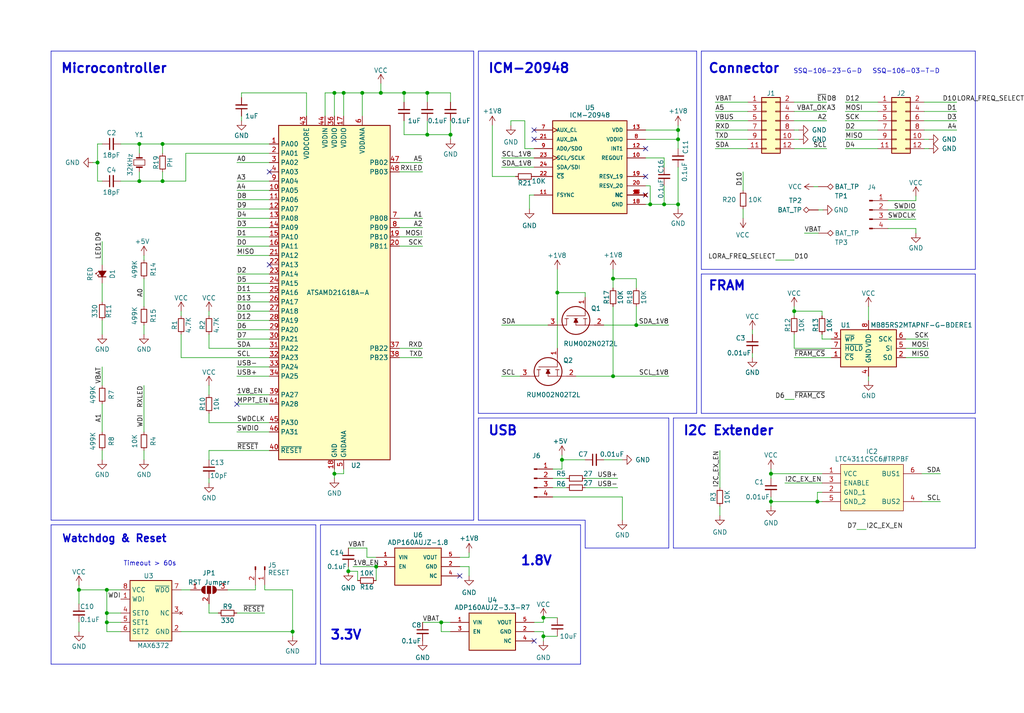
<source format=kicad_sch>
(kicad_sch (version 20230121) (generator eeschema)
  (paper "User" 280.01 194.996)
  (title_block (title "HexSense Svalbard - MCU module") (date "2023-05-25") (rev "V1") (company "MIT Media Lab") (comment 1 "Fangzheng Liu"))
  (lib_symbols
    (symbol "ADP160AUJZ-1.5-R7:ADP160AUJZ-1.5-R7" (pin_names (offset 1.016))
      (property "Reference" "U4" (at 0 13.74 0))
      (property "Value" "ADP160AUJZ-3.3-R7" (at 0 11.692 0))
      (symbol "ADP160AUJZ-1.5-R7_0_0"
        (pin input line (at -11.43 7.62 0) (length 5.08) (name "VIN") (number "1"))
        (pin power_in line (at 11.43 5.08 180) (length 5.08) (name "GND") (number "2"))
        (pin input line (at -11.43 5.08 0) (length 5.08) (name "EN") (number "3"))
        (pin output line (at 11.43 7.62 180) (length 5.08) (name "VOUT") (number "5"))
      )
      (symbol "ADP160AUJZ-1.5-R7_1_0"
        (pin power_in line (at 11.43 2.54 180) (length 5.08) (name "NC") (number "4"))
      )
    )
    (symbol "Connector:Conn_01x02_Pin" (pin_names (offset 1.016) hide)
      (property "Reference" "J" (at 0 2.54 0))
      (property "Value" "Conn_01x02_Pin" (at 0 -5.08 0))
      (symbol "Conn_01x02_Pin_1_1"
        (pin passive line (at 5.08 0 180) (length 3.81) (name "Pin_1") (number "1"))
        (pin passive line (at 5.08 -2.54 180) (length 3.81) (name "Pin_2") (number "2"))
      )
    )
    (symbol "Connector:Conn_01x04_Pin" (pin_names (offset 1.016) hide)
      (property "Reference" "J" (at 0 5.08 0))
      (property "Value" "Conn_01x04_Pin" (at 0 -7.62 0))
      (symbol "Conn_01x04_Pin_1_1"
        (pin passive line (at 5.08 2.54 180) (length 3.81) (name "Pin_1") (number "1"))
        (pin passive line (at 5.08 0 180) (length 3.81) (name "Pin_2") (number "2"))
        (pin passive line (at 5.08 -2.54 180) (length 3.81) (name "Pin_3") (number "3"))
        (pin passive line (at 5.08 -5.08 180) (length 3.81) (name "Pin_4") (number "4"))
      )
    )
    (symbol "Connector:TestPoint_Alt" (pin_numbers hide) (pin_names (offset 0.762) hide)
      (property "Reference" "TP" (at 0 6.858 0))
      (property "Value" "TestPoint_Alt" (at 0 5.08 0))
      (symbol "TestPoint_Alt_1_1"
        (pin passive line (at 0 0 90) (length 2.54) (name "1") (number "1"))
      )
    )
    (symbol "Connector_Generic:Conn_02x06_Odd_Even" (pin_names (offset 1.016) hide)
      (property "Reference" "J" (at 1.27 7.62 0))
      (property "Value" "Conn_02x06_Odd_Even" (at 1.27 -10.16 0))
      (symbol "Conn_02x06_Odd_Even_1_1"
        (pin passive line (at -5.08 5.08 0) (length 3.81) (name "Pin_1") (number "1"))
        (pin passive line (at 7.62 -5.08 180) (length 3.81) (name "Pin_10") (number "10"))
        (pin passive line (at -5.08 -7.62 0) (length 3.81) (name "Pin_11") (number "11"))
        (pin passive line (at 7.62 -7.62 180) (length 3.81) (name "Pin_12") (number "12"))
        (pin passive line (at 7.62 5.08 180) (length 3.81) (name "Pin_2") (number "2"))
        (pin passive line (at -5.08 2.54 0) (length 3.81) (name "Pin_3") (number "3"))
        (pin passive line (at 7.62 2.54 180) (length 3.81) (name "Pin_4") (number "4"))
        (pin passive line (at -5.08 0 0) (length 3.81) (name "Pin_5") (number "5"))
        (pin passive line (at 7.62 0 180) (length 3.81) (name "Pin_6") (number "6"))
        (pin passive line (at -5.08 -2.54 0) (length 3.81) (name "Pin_7") (number "7"))
        (pin passive line (at 7.62 -2.54 180) (length 3.81) (name "Pin_8") (number "8"))
        (pin passive line (at -5.08 -5.08 0) (length 3.81) (name "Pin_9") (number "9"))
      )
    )
    (symbol "Device:C_Small" (pin_numbers hide) (pin_names (offset 0.254) hide)
      (property "Reference" "C" (at 0.254 1.778 0))
      (property "Value" "C_Small" (at 0.254 -2.032 0))
      (symbol "C_Small_1_1"
        (pin passive line (at 0 2.54 270) (length 2.032) (name "~") (number "1"))
        (pin passive line (at 0 -2.54 90) (length 2.032) (name "~") (number "2"))
      )
    )
    (symbol "Device:Crystal_Small" (pin_numbers hide) (pin_names (offset 1.016) hide)
      (property "Reference" "Y" (at 0 2.54 0))
      (property "Value" "Crystal_Small" (at 0 -2.54 0))
      (symbol "Crystal_Small_1_1"
        (pin passive line (at -2.54 0 0) (length 1.27) (name "1") (number "1"))
        (pin passive line (at 2.54 0 180) (length 1.27) (name "2") (number "2"))
      )
    )
    (symbol "Device:LED_Small_Filled" (pin_numbers hide) (pin_names (offset 0.254) hide)
      (property "Reference" "D" (at -1.27 3.175 0))
      (property "Value" "LED_Small_Filled" (at -4.445 -2.54 0))
      (symbol "LED_Small_Filled_1_1"
        (pin passive line (at -2.54 0 0) (length 1.778) (name "K") (number "1"))
        (pin passive line (at 2.54 0 180) (length 1.778) (name "A") (number "2"))
      )
    )
    (symbol "Device:R_Small" (pin_numbers hide) (pin_names (offset 0.254) hide)
      (property "Reference" "R" (at 0.762 0.508 0))
      (property "Value" "R_Small" (at 0.762 -1.016 0))
      (symbol "R_Small_1_1"
        (pin passive line (at 0 2.54 270) (length 0.762) (name "~") (number "1"))
        (pin passive line (at 0 -2.54 90) (length 0.762) (name "~") (number "2"))
      )
    )
    (symbol "ICM-20948:ICM-20948" (pin_names (offset 1.016))
      (property "Reference" "U5" (at 0 21.36 0))
      (property "Value" "ICM-20948" (at 0 19.312 0))
      (symbol "ICM-20948_0_0"
        (pin no_connect line (at 15.24 -2.54 180) (length 5.08) (name "NC") (number "1"))
        (pin output line (at 15.24 7.62 180) (length 5.08) (name "REGOUT") (number "10"))
        (pin input line (at -15.24 -2.54 0) (length 5.08) (name "FSYNC") (number "11"))
        (pin output line (at 15.24 10.16 180) (length 5.08) (name "INT1") (number "12"))
        (pin power_in line (at 15.24 15.24 180) (length 5.08) (name "VDD") (number "13"))
        (pin no_connect line (at 15.24 -2.54 180) (length 5.08) (name "NC") (number "14"))
        (pin no_connect line (at 15.24 -2.54 180) (length 5.08) (name "NC") (number "15"))
        (pin no_connect line (at 15.24 -2.54 180) (length 5.08) (name "NC") (number "16"))
        (pin no_connect line (at 15.24 -2.54 180) (length 5.08) (name "NC") (number "17"))
        (pin power_in line (at 15.24 -5.08 180) (length 5.08) (name "GND") (number "18"))
        (pin passive line (at 15.24 2.54 180) (length 5.08) (name "RESV_19") (number "19"))
        (pin no_connect line (at 15.24 -2.54 180) (length 5.08) (name "NC") (number "2"))
        (pin passive line (at 15.24 0 180) (length 5.08) (name "RESV_20") (number "20"))
        (pin bidirectional line (at -15.24 12.7 0) (length 5.08) (name "AUX_DA") (number "21"))
        (pin input line (at -15.24 2.54 0) (length 5.08) (name "~{CS}") (number "22"))
        (pin input clock (at -15.24 7.62 0) (length 5.08) (name "SCL/SCLK") (number "23"))
        (pin bidirectional line (at -15.24 5.08 0) (length 5.08) (name "SDA/SDI") (number "24"))
        (pin no_connect line (at 15.24 -2.54 180) (length 5.08) (name "NC") (number "3"))
        (pin no_connect line (at 15.24 -2.54 180) (length 5.08) (name "NC") (number "4"))
        (pin no_connect line (at 15.24 -2.54 180) (length 5.08) (name "NC") (number "5"))
        (pin no_connect line (at 15.24 -2.54 180) (length 5.08) (name "NC") (number "6"))
        (pin input clock (at -15.24 15.24 0) (length 5.08) (name "AUX_CL") (number "7"))
        (pin power_in line (at 15.24 12.7 180) (length 5.08) (name "VDDIO") (number "8"))
        (pin bidirectional line (at -15.24 10.16 0) (length 5.08) (name "AD0/SDO") (number "9"))
      )
    )
    (symbol "Jumper:SolderJumper_3_Open" (pin_names (offset 0) hide)
      (property "Reference" "JP" (at -2.54 -2.54 0))
      (property "Value" "SolderJumper_3_Open" (at 0 2.794 0))
      (symbol "SolderJumper_3_Open_1_1"
        (pin passive line (at -5.08 0 0) (length 2.54) (name "A") (number "1"))
        (pin passive line (at 0 -3.81 90) (length 2.54) (name "C") (number "2"))
        (pin passive line (at 5.08 0 180) (length 2.54) (name "B") (number "3"))
      )
    )
    (symbol "MCU_Microchip_SAMD:ATSAMD21G18A-A"
      (property "Reference" "U" (at -13.97 46.99 0))
      (property "Value" "ATSAMD21G18A-A" (at 16.51 46.99 0))
      (symbol "ATSAMD21G18A-A_1_1"
        (pin bidirectional line (at -17.78 40.64 0) (length 2.54) (name "PA00") (number "1"))
        (pin bidirectional line (at -17.78 27.94 0) (length 2.54) (name "PA05") (number "10"))
        (pin bidirectional line (at -17.78 25.4 0) (length 2.54) (name "PA06") (number "11"))
        (pin bidirectional line (at -17.78 22.86 0) (length 2.54) (name "PA07") (number "12"))
        (pin bidirectional line (at -17.78 20.32 0) (length 2.54) (name "PA08") (number "13"))
        (pin bidirectional line (at -17.78 17.78 0) (length 2.54) (name "PA09") (number "14"))
        (pin bidirectional line (at -17.78 15.24 0) (length 2.54) (name "PA10") (number "15"))
        (pin bidirectional line (at -17.78 12.7 0) (length 2.54) (name "PA11") (number "16"))
        (pin power_in line (at 2.54 48.26 270) (length 2.54) (name "VDDIO") (number "17"))
        (pin power_in line (at 0 -48.26 90) (length 2.54) (name "GND") (number "18"))
        (pin bidirectional line (at 17.78 15.24 180) (length 2.54) (name "PB10") (number "19"))
        (pin bidirectional line (at -17.78 38.1 0) (length 2.54) (name "PA01") (number "2"))
        (pin bidirectional line (at 17.78 12.7 180) (length 2.54) (name "PB11") (number "20"))
        (pin bidirectional line (at -17.78 10.16 0) (length 2.54) (name "PA12") (number "21"))
        (pin bidirectional line (at -17.78 7.62 0) (length 2.54) (name "PA13") (number "22"))
        (pin bidirectional line (at -17.78 5.08 0) (length 2.54) (name "PA14") (number "23"))
        (pin bidirectional line (at -17.78 2.54 0) (length 2.54) (name "PA15") (number "24"))
        (pin bidirectional line (at -17.78 0 0) (length 2.54) (name "PA16") (number "25"))
        (pin bidirectional line (at -17.78 -2.54 0) (length 2.54) (name "PA17") (number "26"))
        (pin bidirectional line (at -17.78 -5.08 0) (length 2.54) (name "PA18") (number "27"))
        (pin bidirectional line (at -17.78 -7.62 0) (length 2.54) (name "PA19") (number "28"))
        (pin bidirectional line (at -17.78 -10.16 0) (length 2.54) (name "PA20") (number "29"))
        (pin bidirectional line (at -17.78 35.56 0) (length 2.54) (name "PA02") (number "3"))
        (pin bidirectional line (at -17.78 -12.7 0) (length 2.54) (name "PA21") (number "30"))
        (pin bidirectional line (at -17.78 -15.24 0) (length 2.54) (name "PA22") (number "31"))
        (pin bidirectional line (at -17.78 -17.78 0) (length 2.54) (name "PA23") (number "32"))
        (pin bidirectional line (at -17.78 -20.32 0) (length 2.54) (name "PA24") (number "33"))
        (pin bidirectional line (at -17.78 -22.86 0) (length 2.54) (name "PA25") (number "34"))
        (pin passive line (at 0 -48.26 90) (length 2.54) hide (name "GND") (number "35"))
        (pin power_in line (at 0 48.26 270) (length 2.54) (name "VDDIO") (number "36"))
        (pin bidirectional line (at 17.78 -15.24 180) (length 2.54) (name "PB22") (number "37"))
        (pin bidirectional line (at 17.78 -17.78 180) (length 2.54) (name "PB23") (number "38"))
        (pin bidirectional line (at -17.78 -27.94 0) (length 2.54) (name "PA27") (number "39"))
        (pin bidirectional line (at -17.78 33.02 0) (length 2.54) (name "PA03") (number "4"))
        (pin input line (at -17.78 -43.18 0) (length 2.54) (name "~{RESET}") (number "40"))
        (pin bidirectional line (at -17.78 -30.48 0) (length 2.54) (name "PA28") (number "41"))
        (pin passive line (at 0 -48.26 90) (length 2.54) hide (name "GND") (number "42"))
        (pin power_out line (at -7.62 48.26 270) (length 2.54) (name "VDDCORE") (number "43"))
        (pin power_in line (at -2.54 48.26 270) (length 2.54) (name "VDDIN") (number "44"))
        (pin bidirectional line (at -17.78 -35.56 0) (length 2.54) (name "PA30") (number "45"))
        (pin bidirectional line (at -17.78 -38.1 0) (length 2.54) (name "PA31") (number "46"))
        (pin bidirectional line (at 17.78 35.56 180) (length 2.54) (name "PB02") (number "47"))
        (pin bidirectional line (at 17.78 33.02 180) (length 2.54) (name "PB03") (number "48"))
        (pin power_in line (at 2.54 -48.26 90) (length 2.54) (name "GNDANA") (number "5"))
        (pin power_in line (at 7.62 48.26 270) (length 2.54) (name "VDDANA") (number "6"))
        (pin bidirectional line (at 17.78 20.32 180) (length 2.54) (name "PB08") (number "7"))
        (pin bidirectional line (at 17.78 17.78 180) (length 2.54) (name "PB09") (number "8"))
        (pin bidirectional line (at -17.78 30.48 0) (length 2.54) (name "PA04") (number "9"))
      )
    )
    (symbol "Memory_NVRAM:MB85RS2MT" (pin_names (offset 1.016))
      (property "Reference" "U" (at -7.62 6.35 0))
      (property "Value" "MB85RS2MT" (at 1.27 6.35 0))
      (symbol "MB85RS2MT_1_1"
        (pin input line (at -10.16 -2.54 0) (length 2.54) (name "~{CS}") (number "1"))
        (pin output line (at 10.16 -2.54 180) (length 2.54) (name "SO") (number "2"))
        (pin input line (at -10.16 2.54 0) (length 2.54) (name "~{WP}") (number "3"))
        (pin power_in line (at 0 -7.62 90) (length 2.54) (name "GND") (number "4"))
        (pin input line (at 10.16 0 180) (length 2.54) (name "SI") (number "5"))
        (pin input line (at 10.16 2.54 180) (length 2.54) (name "SCK") (number "6"))
        (pin input line (at -10.16 0 0) (length 2.54) (name "~{HOLD}") (number "7"))
        (pin power_in line (at 0 7.62 270) (length 2.54) (name "VDD") (number "8"))
      )
    )
    (symbol "Power_Supervisor:MAX6372"
      (property "Reference" "U?" (at -1.778 12.192 0))
      (property "Value" "MAX6372" (at -2.032 10.16 0))
      (symbol "MAX6372_1_1"
        (pin input line (at -10.16 3.81 0) (length 2.54) (name "WDI") (number "1"))
        (pin power_in line (at 6.35 -5.08 180) (length 2.54) (name "GND") (number "2"))
        (pin no_connect line (at 6.35 0 180) (length 2.54) (name "NC") (number "3"))
        (pin input line (at -10.16 0 0) (length 2.54) (name "SET0") (number "4"))
        (pin input line (at -10.16 -2.54 0) (length 2.54) (name "SET1") (number "5"))
        (pin input line (at -10.16 -5.08 0) (length 2.54) (name "SET2") (number "6"))
        (pin output line (at 6.35 6.35 180) (length 2.54) (name "~{WDO}") (number "7"))
        (pin power_in line (at -10.16 6.35 0) (length 2.54) (name "VCC") (number "8"))
      )
    )
    (symbol "SamacSys_Parts:LTC4311CSC6#TRPBF" (pin_names (offset 0.762))
      (property "Reference" "IC2" (at 13.97 6.35 0))
      (property "Value" "LTC4311CSC6#TRPBF" (at 13.97 3.81 0))
      (symbol "LTC4311CSC6#TRPBF_0_0"
        (pin passive line (at 0 0 0) (length 5.08) (name "VCC") (number "1"))
        (pin passive line (at 0 -5.08 0) (length 5.08) (name "GND_1") (number "2"))
        (pin passive line (at 0 -2.54 0) (length 5.08) (name "ENABLE") (number "3"))
        (pin passive line (at 27.305 -7.62 180) (length 5.08) (name "BUS2") (number "4"))
        (pin passive line (at 0 -7.62 0) (length 5.08) (name "GND_2") (number "5"))
        (pin passive line (at 27.305 0 180) (length 5.08) (name "BUS1") (number "6"))
      )
    )
    (symbol "SamacSys_Parts:PJE8408_R1_00001" (pin_names (offset 0.762))
      (property "Reference" "Q" (at 11.43 3.81 0))
      (property "Value" "PJE8408_R1_00001" (at 11.43 1.27 0))
      (symbol "PJE8408_R1_00001_0_0"
        (pin passive line (at 0 0 0) (length 2.54) (name "~") (number "1"))
        (pin passive line (at 7.62 -5.08 90) (length 2.54) (name "~") (number "2"))
        (pin passive line (at 7.62 10.16 270) (length 2.54) (name "~") (number "3"))
      )
    )
    (symbol "power:+1V8" (power) (pin_names (offset 0))
      (property "Value" "+1V8" (at 0 3.556 0))
      (symbol "+1V8_1_1"
        (pin power_in line (at 0 0 90) (length 0) hide (name "+1V8") (number "1"))
      )
    )
    (symbol "power:+5V" (power) (pin_names (offset 0))
      (property "Value" "+5V" (at 0 3.556 0))
      (symbol "+5V_1_1"
        (pin power_in line (at 0 0 90) (length 0) hide (name "+5V") (number "1"))
      )
    )
    (symbol "power:GND" (power) (pin_names (offset 0))
      (property "Value" "GND" (at 0 -3.81 0))
      (symbol "GND_1_1"
        (pin power_in line (at 0 0 270) (length 0) hide (name "GND") (number "1"))
      )
    )
    (symbol "power:VCC" (power) (pin_names (offset 0))
      (property "Value" "VCC" (at 0 3.81 0))
      (symbol "VCC_1_1"
        (pin power_in line (at 0 0 90) (length 0) hide (name "VCC") (number "1"))
      )
    )
  )
  (junction (at 44.45 39.37))
  (junction (at 95.25 156.21))
  (junction (at 110.49 25.4))
  (junction (at 123.19 36.83))
  (junction (at 120.65 170.18))
  (junction (at 104.14 25.4))
  (junction (at 29.21 161.29))
  (junction (at 29.21 170.18))
  (junction (at 44.45 49.53))
  (junction (at 21.59 161.29))
  (junction (at 148.59 168.91))
  (junction (at 91.44 129.54))
  (junction (at 217.17 85.09))
  (junction (at 116.84 25.4))
  (junction (at 177.8 55.88))
  (junction (at 153.67 125.73))
  (junction (at 29.21 167.64))
  (junction (at 167.64 102.87))
  (junction (at 93.98 25.4))
  (junction (at 38.1 39.37))
  (junction (at 167.64 76.2))
  (junction (at 185.42 55.88))
  (junction (at 80.01 172.72))
  (junction (at 223.52 137.16))
  (junction (at 210.82 137.16))
  (junction (at 91.44 25.4))
  (junction (at 173.99 88.9))
  (junction (at 148.59 173.99))
  (junction (at 26.67 44.45))
  (junction (at 102.87 154.94))
  (junction (at 99.06 25.4))
  (junction (at 38.1 49.53))
  (junction (at 210.82 129.54))
  (junction (at 181.61 55.88))
  (junction (at 152.4 80.01))
  (junction (at 185.42 38.1))
  (junction (at 185.42 35.56))
  (junction (at 116.84 36.83))
  (no_connect (at 146.05 175.26))
  (no_connect (at 176.53 48.26))
  (no_connect (at 146.05 35.56))
  (no_connect (at 73.66 46.99))
  (no_connect (at 146.05 38.1))
  (no_connect (at 64.77 110.49))
  (no_connect (at 176.53 53.34))
  (no_connect (at 73.66 72.39))
  (no_connect (at 125.73 157.48))
  (no_connect (at 176.53 40.64))
  (wire (pts (xy 33.02 167.64) (xy 29.21 167.64)))
  (wire (pts (xy 185.42 45.72) (xy 185.42 55.88)))
  (wire (pts (xy 49.53 172.72) (xy 80.01 172.72)))
  (wire (pts (xy 64.77 69.85) (xy 73.66 69.85)))
  (polyline (pts (xy 266.7 73.66) (xy 191.77 73.66)))
  (wire (pts (xy 57.15 95.25) (xy 73.66 95.25)))
  (wire (pts (xy 44.45 49.53) (xy 50.8 49.53)))
  (wire (pts (xy 115.57 170.18) (xy 120.65 170.18)))
  (wire (pts (xy 224.79 92.71) (xy 227.33 92.71)))
  (wire (pts (xy 64.77 87.63) (xy 73.66 87.63)))
  (wire (pts (xy 134.62 48.26) (xy 140.97 48.26)))
  (wire (pts (xy 125.73 154.94) (xy 128.27 154.94)))
  (wire (pts (xy 123.19 36.83) (xy 123.19 33.02)))
  (wire (pts (xy 252.095 129.54) (xy 257.175 129.54)))
  (polyline (pts (xy 130.81 114.3) (xy 182.88 114.3)))
  (wire (pts (xy 223.52 134.62) (xy 223.52 137.16)))
  (wire (pts (xy 231.14 38.1) (xy 240.03 38.1)))
  (wire (pts (xy 217.17 91.44) (xy 217.17 95.25)))
  (wire (pts (xy 203.2 59.69) (xy 203.2 57.15)))
  (polyline (pts (xy 266.7 114.3) (xy 266.7 149.86)))
  (wire (pts (xy 173.99 88.9) (xy 182.88 88.9)))
  (wire (pts (xy 116.84 25.4) (xy 123.19 25.4)))
  (wire (pts (xy 64.77 82.55) (xy 73.66 82.55)))
  (polyline (pts (xy 86.36 181.61) (xy 13.97 181.61)))
  (polyline (pts (xy 87.63 143.51) (xy 87.63 181.61)))
  (wire (pts (xy 109.22 64.77) (xy 115.57 64.77)))
  (wire (pts (xy 252.73 38.1) (xy 254 38.1)))
  (wire (pts (xy 72.39 161.29) (xy 80.01 161.29)))
  (wire (pts (xy 144.78 53.34) (xy 144.78 57.15)))
  (wire (pts (xy 153.67 125.73) (xy 160.02 125.73)))
  (wire (pts (xy 224.79 134.62) (xy 223.52 134.62)))
  (wire (pts (xy 242.824 62.484) (xy 250.444 62.484)))
  (wire (pts (xy 109.22 95.25) (xy 115.57 95.25)))
  (wire (pts (xy 176.53 38.1) (xy 185.42 38.1)))
  (wire (pts (xy 160.02 133.35) (xy 168.91 133.35)))
  (wire (pts (xy 217.17 38.1) (xy 218.44 38.1)))
  (wire (pts (xy 151.13 133.35) (xy 154.94 133.35)))
  (polyline (pts (xy 182.88 114.3) (xy 182.88 142.24)))
  (wire (pts (xy 110.49 25.4) (xy 110.49 27.94)))
  (wire (pts (xy 26.67 49.53) (xy 27.94 49.53)))
  (wire (pts (xy 167.64 76.2) (xy 173.99 76.2)))
  (wire (pts (xy 151.13 135.89) (xy 170.18 135.89)))
  (wire (pts (xy 247.65 95.25) (xy 254 95.25)))
  (wire (pts (xy 49.53 85.09) (xy 49.53 86.36)))
  (wire (pts (xy 219.964 63.754) (xy 223.774 63.754)))
  (wire (pts (xy 27.94 100.33) (xy 27.94 105.41)))
  (wire (pts (xy 57.15 115.57) (xy 73.66 115.57)))
  (wire (pts (xy 109.22 44.45) (xy 115.57 44.45)))
  (wire (pts (xy 91.44 25.4) (xy 91.44 31.75)))
  (wire (pts (xy 91.44 129.54) (xy 93.98 129.54)))
  (wire (pts (xy 102.87 158.75) (xy 102.87 154.94)))
  (wire (pts (xy 91.44 129.54) (xy 91.44 130.81)))
  (wire (pts (xy 152.4 80.01) (xy 152.4 95.25)))
  (wire (pts (xy 64.77 92.71) (xy 73.66 92.71)))
  (wire (pts (xy 160.02 130.81) (xy 168.91 130.81)))
  (wire (pts (xy 195.58 27.94) (xy 204.47 27.94)))
  (wire (pts (xy 95.25 156.21) (xy 95.25 154.94)))
  (wire (pts (xy 173.99 83.82) (xy 173.99 88.9)))
  (polyline (pts (xy 129.54 142.24) (xy 129.54 13.97)))
  (wire (pts (xy 143.51 40.64) (xy 143.51 33.02)))
  (polyline (pts (xy 184.15 114.3) (xy 266.7 114.3)))
  (wire (pts (xy 57.15 113.03) (xy 57.15 115.57)))
  (wire (pts (xy 250.444 54.864) (xy 250.444 53.594)))
  (wire (pts (xy 39.37 105.41) (xy 39.37 118.11)))
  (wire (pts (xy 64.77 90.17) (xy 73.66 90.17)))
  (wire (pts (xy 21.59 161.29) (xy 29.21 161.29)))
  (wire (pts (xy 224.79 86.36) (xy 224.79 85.09)))
  (wire (pts (xy 44.45 39.37) (xy 73.66 39.37)))
  (wire (pts (xy 176.53 43.18) (xy 181.61 43.18)))
  (polyline (pts (xy 160.02 142.24) (xy 160.02 149.86)))
  (polyline (pts (xy 160.02 149.86) (xy 182.88 149.86)))
  (wire (pts (xy 170.18 135.89) (xy 170.18 142.24)))
  (wire (pts (xy 29.21 172.72) (xy 33.02 172.72)))
  (wire (pts (xy 205.74 97.79) (xy 205.74 96.52)))
  (wire (pts (xy 222.504 51.054) (xy 223.774 51.054)))
  (wire (pts (xy 181.61 43.18) (xy 181.61 45.72)))
  (wire (pts (xy 242.824 59.944) (xy 250.444 59.944)))
  (wire (pts (xy 139.7 33.02) (xy 139.7 34.29)))
  (wire (pts (xy 64.77 59.69) (xy 73.66 59.69)))
  (wire (pts (xy 167.64 102.87) (xy 182.88 102.87)))
  (wire (pts (xy 29.21 161.29) (xy 29.21 167.64)))
  (wire (pts (xy 167.64 83.82) (xy 167.64 102.87)))
  (polyline (pts (xy 191.77 74.93) (xy 266.7 74.93)))
  (wire (pts (xy 210.82 128.27) (xy 210.82 129.54)))
  (wire (pts (xy 109.22 59.69) (xy 115.57 59.69)))
  (wire (pts (xy 195.58 40.64) (xy 204.47 40.64)))
  (wire (pts (xy 100.33 152.4) (xy 100.33 149.86)))
  (wire (pts (xy 64.77 85.09) (xy 73.66 85.09)))
  (wire (pts (xy 217.17 95.25) (xy 227.33 95.25)))
  (wire (pts (xy 29.21 167.64) (xy 29.21 170.18)))
  (wire (pts (xy 27.94 110.49) (xy 27.94 118.11)))
  (wire (pts (xy 64.77 74.93) (xy 73.66 74.93)))
  (wire (pts (xy 210.82 135.89) (xy 210.82 137.16)))
  (polyline (pts (xy 266.7 13.97) (xy 266.7 73.66)))
  (wire (pts (xy 116.84 36.83) (xy 110.49 36.83)))
  (wire (pts (xy 38.1 39.37) (xy 44.45 39.37)))
  (polyline (pts (xy 130.81 13.97) (xy 130.81 113.03)))
  (wire (pts (xy 157.48 102.87) (xy 167.64 102.87)))
  (wire (pts (xy 38.1 46.99) (xy 38.1 49.53)))
  (wire (pts (xy 21.59 170.18) (xy 21.59 172.72)))
  (wire (pts (xy 88.9 25.4) (xy 91.44 25.4)))
  (wire (pts (xy 39.37 76.2) (xy 39.37 83.82)))
  (wire (pts (xy 33.02 49.53) (xy 38.1 49.53)))
  (wire (pts (xy 203.2 46.99) (xy 203.2 52.07)))
  (wire (pts (xy 29.21 170.18) (xy 33.02 170.18)))
  (wire (pts (xy 64.77 107.95) (xy 73.66 107.95)))
  (wire (pts (xy 234.315 144.78) (xy 236.855 144.78)))
  (wire (pts (xy 38.1 39.37) (xy 38.1 41.91)))
  (wire (pts (xy 252.73 35.56) (xy 261.62 35.56)))
  (wire (pts (xy 196.85 138.43) (xy 196.85 140.97)))
  (wire (pts (xy 29.21 170.18) (xy 29.21 172.72)))
  (polyline (pts (xy 266.7 113.03) (xy 191.77 113.03)))
  (wire (pts (xy 104.14 25.4) (xy 110.49 25.4)))
  (polyline (pts (xy 87.63 143.51) (xy 158.75 143.51)))
  (wire (pts (xy 64.77 64.77) (xy 73.66 64.77)))
  (wire (pts (xy 29.21 161.29) (xy 33.02 161.29)))
  (wire (pts (xy 223.774 57.404) (xy 225.044 57.404)))
  (wire (pts (xy 83.82 25.4) (xy 83.82 31.75)))
  (wire (pts (xy 80.01 172.72) (xy 80.01 173.99)))
  (wire (pts (xy 148.59 175.26) (xy 148.59 173.99)))
  (wire (pts (xy 83.82 25.4) (xy 66.04 25.4)))
  (wire (pts (xy 109.22 67.31) (xy 115.57 67.31)))
  (wire (pts (xy 25.4 44.45) (xy 26.67 44.45)))
  (wire (pts (xy 167.64 76.2) (xy 167.64 78.74)))
  (wire (pts (xy 146.05 172.72) (xy 148.59 172.72)))
  (wire (pts (xy 123.19 36.83) (xy 123.19 38.1)))
  (wire (pts (xy 72.39 160.02) (xy 72.39 161.29)))
  (polyline (pts (xy 158.75 143.51) (xy 158.75 181.61)))
  (wire (pts (xy 44.45 46.99) (xy 44.45 49.53)))
  (wire (pts (xy 110.49 25.4) (xy 116.84 25.4)))
  (wire (pts (xy 93.98 25.4) (xy 99.06 25.4)))
  (wire (pts (xy 152.4 73.66) (xy 152.4 80.01)))
  (polyline (pts (xy 191.77 74.93) (xy 191.77 113.03)))
  (wire (pts (xy 153.67 124.46) (xy 153.67 125.73)))
  (wire (pts (xy 97.79 158.75) (xy 97.79 156.21)))
  (wire (pts (xy 69.85 160.02) (xy 69.85 161.29)))
  (wire (pts (xy 91.44 25.4) (xy 93.98 25.4)))
  (wire (pts (xy 210.82 129.54) (xy 210.82 130.81)))
  (wire (pts (xy 27.94 123.19) (xy 27.94 125.73)))
  (wire (pts (xy 73.66 118.11) (xy 64.77 118.11)))
  (wire (pts (xy 137.16 45.72) (xy 146.05 45.72)))
  (wire (pts (xy 151.13 130.81) (xy 154.94 130.81)))
  (wire (pts (xy 80.01 161.29) (xy 80.01 172.72)))
  (wire (pts (xy 185.42 55.88) (xy 185.42 57.15)))
  (wire (pts (xy 27.94 39.37) (xy 26.67 39.37)))
  (polyline (pts (xy 130.81 13.97) (xy 190.5 13.97)))
  (wire (pts (xy 237.49 83.82) (xy 237.49 87.63)))
  (wire (pts (xy 252.73 27.94) (xy 261.62 27.94)))
  (wire (pts (xy 252.095 137.16) (xy 257.175 137.16)))
  (wire (pts (xy 210.82 137.16) (xy 223.52 137.16)))
  (wire (pts (xy 64.77 44.45) (xy 73.66 44.45)))
  (wire (pts (xy 212.09 71.12) (xy 217.17 71.12)))
  (wire (pts (xy 96.52 154.94) (xy 102.87 154.94)))
  (wire (pts (xy 195.58 33.02) (xy 204.47 33.02)))
  (wire (pts (xy 185.42 38.1) (xy 185.42 35.56)))
  (wire (pts (xy 100.33 152.4) (xy 102.87 152.4)))
  (wire (pts (xy 120.65 170.18) (xy 123.19 170.18)))
  (wire (pts (xy 21.59 161.29) (xy 21.59 165.1)))
  (wire (pts (xy 39.37 69.85) (xy 39.37 71.12)))
  (wire (pts (xy 214.63 109.22) (xy 217.17 109.22)))
  (wire (pts (xy 62.23 161.29) (xy 69.85 161.29)))
  (wire (pts (xy 49.53 97.79) (xy 73.66 97.79)))
  (wire (pts (xy 250.444 62.484) (xy 250.444 63.754)))
  (wire (pts (xy 49.53 161.29) (xy 52.07 161.29)))
  (wire (pts (xy 195.58 35.56) (xy 204.47 35.56)))
  (wire (pts (xy 44.45 39.37) (xy 44.45 41.91)))
  (wire (pts (xy 57.15 123.19) (xy 73.66 123.19)))
  (wire (pts (xy 237.49 102.87) (xy 237.49 104.14)))
  (wire (pts (xy 26.67 44.45) (xy 26.67 49.53)))
  (polyline (pts (xy 191.77 13.97) (xy 266.7 13.97)))
  (wire (pts (xy 64.77 80.01) (xy 73.66 80.01)))
  (wire (pts (xy 64.77 67.31) (xy 73.66 67.31)))
  (wire (pts (xy 50.8 41.91) (xy 50.8 49.53)))
  (wire (pts (xy 109.22 62.23) (xy 115.57 62.23)))
  (polyline (pts (xy 158.75 181.61) (xy 87.63 181.61)))
  (wire (pts (xy 195.58 38.1) (xy 204.47 38.1)))
  (wire (pts (xy 148.59 168.91) (xy 152.4 168.91)))
  (wire (pts (xy 97.79 156.21) (xy 95.25 156.21)))
  (polyline (pts (xy 266.7 149.86) (xy 184.15 149.86)))
  (wire (pts (xy 242.824 57.404) (xy 250.444 57.404)))
  (wire (pts (xy 177.8 50.8) (xy 177.8 55.88)))
  (wire (pts (xy 217.17 33.02) (xy 226.06 33.02)))
  (wire (pts (xy 64.77 52.07) (xy 73.66 52.07)))
  (polyline (pts (xy 86.36 143.51) (xy 86.36 181.61)))
  (wire (pts (xy 223.52 137.16) (xy 224.79 137.16)))
  (wire (pts (xy 146.05 53.34) (xy 144.78 53.34)))
  (polyline (pts (xy 130.81 142.24) (xy 160.02 142.24)))
  (wire (pts (xy 57.15 123.19) (xy 57.15 125.73)))
  (wire (pts (xy 217.17 27.94) (xy 226.06 27.94)))
  (wire (pts (xy 134.62 34.29) (xy 134.62 48.26)))
  (wire (pts (xy 26.67 39.37) (xy 26.67 44.45)))
  (wire (pts (xy 116.84 25.4) (xy 116.84 27.94)))
  (wire (pts (xy 137.16 43.18) (xy 146.05 43.18)))
  (wire (pts (xy 109.22 97.79) (xy 115.57 97.79)))
  (wire (pts (xy 123.19 172.72) (xy 120.65 172.72)))
  (wire (pts (xy 148.59 173.99) (xy 152.4 173.99)))
  (wire (pts (xy 143.51 33.02) (xy 139.7 33.02)))
  (wire (pts (xy 66.04 25.4) (xy 66.04 26.67)))
  (polyline (pts (xy 184.15 114.3) (xy 184.15 149.86)))
  (wire (pts (xy 27.94 87.63) (xy 27.94 91.44)))
  (wire (pts (xy 148.59 172.72) (xy 148.59 173.99)))
  (wire (pts (xy 120.65 170.18) (xy 120.65 172.72)))
  (wire (pts (xy 165.1 88.9) (xy 173.99 88.9)))
  (wire (pts (xy 146.05 170.18) (xy 148.59 170.18)))
  (wire (pts (xy 252.73 33.02) (xy 261.62 33.02)))
  (wire (pts (xy 254 92.71) (xy 247.65 92.71)))
  (wire (pts (xy 104.14 22.86) (xy 104.14 25.4)))
  (wire (pts (xy 231.14 35.56) (xy 240.03 35.56)))
  (wire (pts (xy 217.17 83.82) (xy 217.17 85.09)))
  (wire (pts (xy 104.14 25.4) (xy 99.06 25.4)))
  (wire (pts (xy 21.59 160.02) (xy 21.59 161.29)))
  (polyline (pts (xy 182.88 149.86) (xy 182.88 142.24)))
  (wire (pts (xy 185.42 35.56) (xy 185.42 34.29)))
  (wire (pts (xy 224.79 85.09) (xy 217.17 85.09)))
  (wire (pts (xy 224.79 91.44) (xy 224.79 92.71)))
  (wire (pts (xy 88.9 25.4) (xy 88.9 31.75)))
  (wire (pts (xy 38.1 39.37) (xy 33.02 39.37)))
  (wire (pts (xy 217.17 30.48) (xy 226.06 30.48)))
  (wire (pts (xy 93.98 129.54) (xy 93.98 128.27)))
  (wire (pts (xy 252.73 40.64) (xy 254 40.64)))
  (wire (pts (xy 153.67 128.27) (xy 153.67 125.73)))
  (wire (pts (xy 57.15 105.41) (xy 57.15 107.95)))
  (wire (pts (xy 217.17 40.64) (xy 226.06 40.64)))
  (wire (pts (xy 151.13 128.27) (xy 153.67 128.27)))
  (wire (pts (xy 64.77 77.47) (xy 73.66 77.47)))
  (wire (pts (xy 109.22 46.99) (xy 115.57 46.99)))
  (polyline (pts (xy 13.97 13.97) (xy 13.97 142.24)))
  (wire (pts (xy 231.14 40.64) (xy 240.03 40.64)))
  (wire (pts (xy 64.77 167.64) (xy 72.39 167.64)))
  (wire (pts (xy 217.17 35.56) (xy 218.44 35.56)))
  (wire (pts (xy 91.44 128.27) (xy 91.44 129.54)))
  (wire (pts (xy 181.61 55.88) (xy 185.42 55.88)))
  (wire (pts (xy 196.85 123.19) (xy 196.85 133.35)))
  (wire (pts (xy 64.77 110.49) (xy 73.66 110.49)))
  (wire (pts (xy 128.27 154.94) (xy 128.27 157.48)))
  (wire (pts (xy 214.63 132.08) (xy 224.79 132.08)))
  (wire (pts (xy 57.15 91.44) (xy 57.15 95.25)))
  (wire (pts (xy 146.05 40.64) (xy 143.51 40.64)))
  (wire (pts (xy 148.59 170.18) (xy 148.59 168.91)))
  (wire (pts (xy 64.77 57.15) (xy 73.66 57.15)))
  (wire (pts (xy 242.824 54.864) (xy 250.444 54.864)))
  (wire (pts (xy 173.99 76.2) (xy 173.99 78.74)))
  (wire (pts (xy 27.94 66.04) (xy 27.94 72.39)))
  (wire (pts (xy 152.4 80.01) (xy 160.02 80.01)))
  (wire (pts (xy 252.73 30.48) (xy 261.62 30.48)))
  (wire (pts (xy 137.16 88.9) (xy 149.86 88.9)))
  (wire (pts (xy 176.53 50.8) (xy 177.8 50.8)))
  (wire (pts (xy 99.06 25.4) (xy 99.06 31.75)))
  (wire (pts (xy 73.66 102.87) (xy 64.77 102.87)))
  (wire (pts (xy 110.49 33.02) (xy 110.49 36.83)))
  (polyline (pts (xy 13.97 143.51) (xy 13.97 181.61)))
  (wire (pts (xy 210.82 137.16) (xy 210.82 138.43)))
  (wire (pts (xy 57.15 167.64) (xy 59.69 167.64)))
  (wire (pts (xy 247.65 97.79) (xy 254 97.79)))
  (polyline (pts (xy 13.97 143.51) (xy 86.36 143.51)))
  (wire (pts (xy 39.37 88.9) (xy 39.37 91.44)))
  (wire (pts (xy 195.58 30.48) (xy 204.47 30.48)))
  (wire (pts (xy 165.1 125.73) (xy 170.18 125.73)))
  (polyline (pts (xy 129.54 13.97) (xy 13.97 13.97)))
  (wire (pts (xy 64.77 62.23) (xy 73.66 62.23)))
  (wire (pts (xy 38.1 49.53) (xy 44.45 49.53)))
  (wire (pts (xy 116.84 36.83) (xy 123.19 36.83)))
  (wire (pts (xy 57.15 85.09) (xy 57.15 86.36)))
  (wire (pts (xy 57.15 167.64) (xy 57.15 165.1)))
  (wire (pts (xy 39.37 123.19) (xy 39.37 125.73)))
  (wire (pts (xy 176.53 55.88) (xy 177.8 55.88)))
  (wire (pts (xy 128.27 151.13) (xy 128.27 152.4)))
  (wire (pts (xy 49.53 91.44) (xy 49.53 97.79)))
  (wire (pts (xy 217.17 97.79) (xy 227.33 97.79)))
  (wire (pts (xy 205.74 90.17) (xy 205.74 91.44)))
  (wire (pts (xy 160.02 81.28) (xy 160.02 80.01)))
  (wire (pts (xy 185.42 38.1) (xy 185.42 40.64)))
  (wire (pts (xy 176.53 35.56) (xy 185.42 35.56)))
  (wire (pts (xy 73.66 41.91) (xy 50.8 41.91)))
  (wire (pts (xy 64.77 49.53) (xy 73.66 49.53)))
  (wire (pts (xy 167.64 73.66) (xy 167.64 76.2)))
  (polyline (pts (xy 266.7 74.93) (xy 266.7 113.03)))
  (polyline (pts (xy 190.5 13.97) (xy 190.5 113.03)))
  (wire (pts (xy 123.19 25.4) (xy 123.19 27.94)))
  (wire (pts (xy 231.14 27.94) (xy 240.03 27.94)))
  (wire (pts (xy 231.14 30.48) (xy 240.03 30.48)))
  (wire (pts (xy 64.77 54.61) (xy 73.66 54.61)))
  (wire (pts (xy 93.98 25.4) (xy 93.98 31.75)))
  (wire (pts (xy 116.84 36.83) (xy 116.84 33.02)))
  (wire (pts (xy 64.77 100.33) (xy 73.66 100.33)))
  (wire (pts (xy 27.94 77.47) (xy 27.94 82.55)))
  (wire (pts (xy 217.17 85.09) (xy 217.17 86.36)))
  (wire (pts (xy 125.73 152.4) (xy 128.27 152.4)))
  (wire (pts (xy 137.16 102.87) (xy 142.24 102.87)))
  (wire (pts (xy 231.14 33.02) (xy 240.03 33.02)))
  (polyline (pts (xy 13.97 142.24) (xy 129.54 142.24)))
  (wire (pts (xy 210.82 129.54) (xy 224.79 129.54)))
  (wire (pts (xy 95.25 149.86) (xy 100.33 149.86)))
  (wire (pts (xy 177.8 55.88) (xy 181.61 55.88)))
  (wire (pts (xy 181.61 50.8) (xy 181.61 55.88)))
  (wire (pts (xy 66.04 33.02) (xy 66.04 31.75)))
  (polyline (pts (xy 130.81 114.3) (xy 130.81 142.24)))
  (wire (pts (xy 57.15 132.08) (xy 57.15 130.81)))
  (polyline (pts (xy 130.81 113.03) (xy 190.5 113.03)))
  (polyline (pts (xy 191.77 13.97) (xy 191.77 73.66)))
  (text "ICM-20948" (at 133.35 20.32 0) (effects (font (size 2.54 2.54) (thickness 0.508) bold) (justify left bottom)))
  (text "SSQ-106-03-T-D" (at 238.506 20.32 0) (effects (font (size 1.27 1.27)) (justify left bottom)))
  (text "1.8V" (at 142.24 154.94 0) (effects (font (size 2.54 2.54) (thickness 0.508) bold) (justify left bottom)))
  (text "Microcontroller" (at 16.51 20.32 0) (effects (font (size 2.54 2.54) (thickness 0.508) bold) (justify left bottom)))
  (text "FRAM" (at 193.548 79.756 0) (effects (font (size 2.54 2.54) (thickness 0.508) bold) (justify left bottom)))
  (text "Timeout > 60s" (at 48.26 154.94 0) (effects (font (size 1.27 1.27)) (justify right bottom)))
  (text "Watchdog & Reset" (at 45.72 148.59 0) (effects (font (size 2.032 2.032) (thickness 0.4) bold) (justify right bottom)))
  (text "USB" (at 133.35 119.38 0) (effects (font (size 2.54 2.54) (thickness 0.508) bold) (justify left bottom)))
  (text "Connector" (at 193.548 20.32 0) (effects (font (size 2.54 2.54) (thickness 0.508) bold) (justify left bottom)))
  (text "3.3V" (at 90.17 175.26 0) (effects (font (size 2.54 2.54) (thickness 0.508) bold) (justify left bottom)))
  (text "SSQ-106-23-G-D" (at 216.916 20.32 0) (effects (font (size 1.27 1.27)) (justify left bottom)))
  (text "I2C Extender" (at 186.69 119.38 0) (effects (font (size 2.54 2.54) (thickness 0.508) bold) (justify left bottom)))
  (label "RXD" (at 195.58 35.56 0))
  (label "SDA" (at 64.77 95.25 0))
  (label "USB+" (at 64.77 102.87 0))
  (label "D4" (at 64.77 59.69 0))
  (label "A1" (at 115.57 59.69 180))
  (label "A3" (at 64.77 49.53 0))
  (label "~{RESET}" (at 72.39 167.64 180))
  (label "VBAT" (at 27.94 100.33 270))
  (label "SWDCLK" (at 64.77 115.57 0))
  (label "D0" (at 64.77 67.31 0))
  (label "LED1" (at 27.94 66.04 270))
  (label "~{FRAM_CS}" (at 217.17 97.79 0))
  (label "D1" (at 64.77 64.77 0))
  (label "MISO" (at 64.77 69.85 0))
  (label "USB+" (at 168.91 130.81 180))
  (label "MOSI" (at 115.57 64.77 180))
  (label "D10" (at 203.2 46.99 270))
  (label "USB-" (at 168.91 133.35 180))
  (label "WDI" (at 39.37 116.84 90))
  (label "SDA" (at 137.16 88.9 0))
  (label "SCL" (at 64.77 97.79 0))
  (label "A0" (at 39.37 81.28 90))
  (label "LORA_FREQ_SELECT" (at 212.09 71.12 180))
  (label "A5" (at 115.57 44.45 180))
  (label "D11" (at 64.77 80.01 0))
  (label "D2" (at 64.77 74.93 0))
  (label "D1" (at 261.62 30.48 180))
  (label "MISO" (at 254 97.79 180))
  (label "TXD" (at 195.58 38.1 0))
  (label "TXD" (at 115.57 97.79 180))
  (label "RXLED" (at 115.57 46.99 180))
  (label "SCL" (at 137.16 102.87 0))
  (label "~{EN}" (at 226.06 27.94 180))
  (label "A5" (at 195.58 30.48 0))
  (label "VBAT" (at 95.25 149.86 0))
  (label "MPPT_EN" (at 64.77 110.49 0))
  (label "SCL_1V8" (at 182.88 102.87 180))
  (label "D9" (at 64.77 57.15 0))
  (label "D10" (at 261.62 27.94 180))
  (label "D8" (at 226.06 27.94 0))
  (label "D9" (at 27.94 66.04 90))
  (label "D7" (at 64.77 92.71 0))
  (label "D4" (at 231.14 40.64 0))
  (label "VBAT" (at 195.58 27.94 0))
  (label "~{FRAM_CS}" (at 217.17 109.22 0))
  (label "A2" (at 115.57 62.23 180))
  (label "VBAT" (at 219.964 63.754 0))
  (label "VBAT" (at 115.57 170.18 0))
  (label "SWDCLK" (at 250.444 59.944 180))
  (label "SWDIO" (at 250.444 57.404 180))
  (label "1V8_EN" (at 64.77 107.95 0))
  (label "D3" (at 64.77 62.23 0))
  (label "D10" (at 217.17 71.12 0))
  (label "D2" (at 231.14 35.56 0))
  (label "VBAT_OK" (at 226.06 30.48 180))
  (label "USB-" (at 64.77 100.33 0))
  (label "MOSI" (at 254 95.25 180))
  (label "D12" (at 231.14 27.94 0))
  (label "SCK" (at 231.14 33.02 0))
  (label "A4" (at 261.62 35.56 180))
  (label "D6" (at 64.77 90.17 0))
  (label "SDA_1V8" (at 182.88 88.9 180))
  (label "SDA_1V8" (at 137.16 45.72 0))
  (label "SCL" (at 257.175 137.16 180))
  (label "I2C_EX_EN" (at 196.85 123.19 270))
  (label "WDI" (at 33.02 163.83 180))
  (label "1V8_EN" (at 96.52 154.94 0))
  (label "SDA" (at 257.175 129.54 180))
  (label "SCK" (at 254 92.71 180))
  (label "RXLED" (at 39.37 105.41 270))
  (label "A4" (at 64.77 52.07 0))
  (label "D10" (at 64.77 85.09 0))
  (label "D5" (at 64.77 77.47 0))
  (label "SDA" (at 195.58 40.64 0))
  (label "A2" (at 226.06 33.02 180))
  (label "SCK" (at 115.57 67.31 180))
  (label "SCL_1V8" (at 137.16 43.18 0))
  (label "A0" (at 64.77 44.45 0))
  (label "D7" (at 234.315 144.78 180))
  (label "D8" (at 64.77 54.61 0))
  (label "MISO" (at 231.14 38.1 0))
  (label "D3" (at 261.62 33.02 180))
  (label "A3" (at 226.06 30.48 0))
  (label "A1" (at 27.94 113.03 270))
  (label "MOSI" (at 231.14 30.48 0))
  (label "RXD" (at 115.57 95.25 180))
  (label "LORA_FREQ_SELECT" (at 261.62 27.94 0))
  (label "D12" (at 64.77 87.63 0))
  (label "D6" (at 214.63 109.22 180))
  (label "~{RESET}" (at 64.77 123.19 0))
  (label "I2C_EX_EN" (at 236.855 144.78 0))
  (label "D13" (at 64.77 82.55 0))
  (label "SWDIO" (at 64.77 118.11 0))
  (label "SCL" (at 226.06 40.64 180))
  (label "VBUS" (at 195.58 33.02 0))
  (label "I2C_EX_EN" (at 214.63 132.08 0))
  (symbol (lib_id "Device:R_Small") (at 203.2 54.61 180) (unit 1)
    (property "Reference" "R20" (at 199.39 54.61 0))
    (property "Value" "10K" (at 206.502 54.61 0))
    (property "Footprint" "Resistor_SMD:R_0603_1608Metric_Pad0.98x0.95mm_HandSolder" (effects hide))
  )
  (symbol (lib_id "Device:LED_Small_Filled") (at 27.94 74.93 90) (unit 1)
    (property "Reference" "D1" (at 30.734 74.93 0))
    (property "Value" "RED" (at 24.638 74.93 0))
    (property "Footprint" "LED_SMD:LED_0603_1608Metric_Pad1.05x0.95mm_HandSolder" (effects hide))
  )
  (symbol (lib_id "Device:R_Small") (at 224.79 88.9 180) (unit 1)
    (property "Reference" "R13" (at 223.012 88.9 90))
    (property "Value" "10K" (at 226.822 88.9 90))
    (property "Footprint" "Resistor_SMD:R_0402_1005Metric_Pad0.72x0.64mm_HandSolder" (effects hide))
  )
  (symbol (lib_id "Device:R_Small") (at 157.48 130.81 270) (unit 1)
    (property "Reference" "R5" (at 153.416 129.54 90))
    (property "Value" "27" (at 160.782 129.54 90))
    (property "Footprint" "Resistor_SMD:R_0402_1005Metric_Pad0.72x0.64mm_HandSolder" (effects hide))
  )
  (symbol (lib_id "power:VCC") (at 237.49 83.82 0) (unit 1)
    (property "Reference" "#PWR017" (effects hide))
    (property "Value" "VCC" (at 237.49 80.2155 0))
  )
  (symbol (lib_id "power:GND") (at 170.18 142.24 0) (unit 1)
    (property "Reference" "#PWR0129" (effects hide))
    (property "Value" "GND" (at 168.148 146.304 0) (effects (justify left)))
  )
  (symbol (lib_id "Device:R_Small") (at 49.53 88.9 180) (unit 1)
    (property "Reference" "R1" (at 47.752 88.9 90))
    (property "Value" "4.7K" (at 51.562 88.9 90))
    (property "Footprint" "Resistor_SMD:R_0402_1005Metric_Pad0.72x0.64mm_HandSolder" (effects hide))
  )
  (symbol (lib_id "power:VCC") (at 250.444 53.594 0) (unit 1)
    (property "Reference" "#PWR05" (effects hide))
    (property "Value" "VCC" (at 250.444 49.9895 0))
  )
  (symbol (lib_id "Device:C_Small") (at 57.15 128.27 0) (unit 1)
    (property "Reference" "C13" (at 57.404 126.492 0) (effects (justify left)))
    (property "Value" "10pF" (at 57.404 130.048 0) (effects (justify left)))
    (property "Footprint" "Capacitor_SMD:C_0402_1005Metric" (effects hide))
  )
  (symbol (lib_id "power:VCC") (at 210.82 128.27 0) (unit 1)
    (property "Reference" "#PWR011" (effects hide))
    (property "Value" "VCC" (at 212.725 124.46 0) (effects (justify right)))
  )
  (symbol (lib_id "Device:C_Small") (at 152.4 171.45 180) (unit 1)
    (property "Reference" "C9" (effects hide))
    (property "Value" "10uF" (at 155.448 173.99 0))
    (property "Footprint" "Capacitor_SMD:C_0603_1608Metric_Pad1.08x0.95mm_HandSolder" (effects hide))
  )
  (symbol (lib_id "Connector:TestPoint_Alt") (at 223.774 63.754 270) (unit 1)
    (property "Reference" "TP3" (at 228.219 66.294 90) (effects (justify left)))
    (property "Value" "BAT_TP" (at 228.219 63.754 90) (effects (justify left)))
    (property "Footprint" "TestPoint:TestPoint_Pad_1.0x1.0mm" (effects hide))
  )
  (symbol (lib_id "ICM-20948:ICM-20948") (at 161.29 50.8 0) (unit 1)
    (property "Reference" "U5" (at 161.29 29.44 0))
    (property "Value" "ICM-20948" (at 161.29 31.488 0))
    (property "Footprint" "Sensor_Motion:InvenSense_QFN-24_3x3mm_P0.4mm" (effects hide))
    (property "MF" "TDK InvenSense" (effects hide))
    (property "MAXIMUM_PACKAGE_HEIGHT" "1.05 mm" (effects hide))
    (property "Package" "TFQFN-24 TDK InvenSense" (effects hide))
    (property "Price" "None" (effects hide))
    (property "Check_prices" "https://www.snapeda.com/parts/ICM-20948/TDK+InvenSense/view-part/?ref=eda" (effects hide))
    (property "STANDARD" "IPC 7351B" (effects hide))
    (property "PARTREV" "1.3" (effects hide))
    (property "SnapEDA_Link" "https://www.snapeda.com/parts/ICM-20948/TDK+InvenSense/view-part/?ref=snap" (effects hide))
    (property "MP" "ICM-20948" (effects hide))
    (property "Purchase-URL" "https://www.snapeda.com/api/url_track_click_mouser/?unipart_id=578927&manufacturer=TDK InvenSense&part_name=ICM-20948&search_term=icm-20948" (effects hide))
    (property "Description" "\nAccelerometer, Gyroscope, Magnetometer, 9 Axis Sensor I2C, SPI Output\n" (effects hide))
    (property "Availability" "In Stock" (effects hide))
    (property "MANUFACTURER" "TDK InvenSense" (effects hide))
  )
  (symbol (lib_id "Device:C_Small") (at 21.59 167.64 0) (unit 1)
    (property "Reference" "C10" (at 21.844 165.862 0) (effects (justify left)))
    (property "Value" "0.1uF" (at 21.844 169.418 0) (effects (justify left)))
    (property "Footprint" "Capacitor_SMD:C_0402_1005Metric" (effects hide))
  )
  (symbol (lib_id "power:GND") (at 39.37 125.73 0) (unit 1)
    (property "Reference" "#PWR0115" (effects hide))
    (property "Value" "GND" (at 37.338 129.794 0) (effects (justify left)))
  )
  (symbol (lib_id "Device:C_Small") (at 66.04 29.21 180) (unit 1)
    (property "Reference" "C12" (effects hide))
    (property "Value" "1uF" (at 68.834 31.75 0))
    (property "Footprint" "Capacitor_SMD:C_0402_1005Metric_Pad0.74x0.62mm_HandSolder" (effects hide))
  )
  (symbol (lib_id "power:GND") (at 25.4 44.45 270) (unit 1)
    (property "Reference" "#PWR0105" (effects hide))
    (property "Value" "GND" (at 17.78 44.45 90) (effects (justify left)))
  )
  (symbol (lib_id "power:GND") (at 95.25 156.21 0) (unit 1)
    (property "Reference" "#PWR026" (effects hide))
    (property "Value" "GND" (at 95.25 160.7725 0))
  )
  (symbol (lib_id "Device:R_Small") (at 196.85 135.89 180) (unit 1)
    (property "Reference" "R3" (at 195.072 135.89 90))
    (property "Value" "10K" (at 198.882 135.89 90))
    (property "Footprint" "Resistor_SMD:R_0402_1005Metric_Pad0.72x0.64mm_HandSolder" (effects hide))
  )
  (symbol (lib_id "Device:R_Small") (at 44.45 44.45 180) (unit 1)
    (property "Reference" "R19" (at 42.672 44.45 90))
    (property "Value" "PH" (at 46.482 44.45 90))
    (property "Footprint" "Resistor_SMD:R_0805_2012Metric_Pad1.20x1.40mm_HandSolder" (effects hide))
  )
  (symbol (lib_id "Connector:Conn_01x02_Pin") (at 72.39 154.94 270) (unit 1)
    (property "Reference" "J5" (at 73.2282 154.551 90) (effects (justify left)))
    (property "Value" "RESET" (at 73.2282 156.599 90) (effects (justify left)))
    (property "Footprint" "Connector_PinHeader_2.00mm:PinHeader_1x02_P2.00mm_Vertical" (effects hide))
  )
  (symbol (lib_id "SamacSys_Parts:LTC4311CSC6#TRPBF") (at 224.79 129.54 0) (unit 1)
    (property "Reference" "IC2" (at 238.4425 123.4708 0))
    (property "Value" "LTC4311CSC6#TRPBF" (at 238.4425 125.5188 0))
    (property "Footprint" "SamacSys_Parts:SOT65P210X100-6N" (effects hide))
    (property "Datasheet" "https://www.analog.com/media/en/technical-documentation/data-sheets/4311fa.pdf" (effects hide))
    (property "Description" "Interface - Specialized I2C/SMBus Rise Time Accelerator" (effects hide))
    (property "Height" "1" (effects hide))
    (property "Manufacturer_Name" "Analog Devices" (effects hide))
    (property "Manufacturer_Part_Number" "LTC4311CSC6#TRPBF" (effects hide))
    (property "Mouser Part Number" "584-LTC4311CSC6TRPBF" (effects hide))
    (property "Mouser Price/Stock" "https://www.mouser.co.uk/ProductDetail/Analog-Devices/LTC4311CSC6TRPBF?qs=hVkxg5c3xu8dDGkXCTUXoQ%3D%3D" (effects hide))
    (property "Arrow Part Number" "LTC4311CSC6#TRPBF" (effects hide))
    (property "Arrow Price/Stock" "https://www.arrow.com/en/products/ltc4311csc6trpbf/analog-devices?region=nac" (effects hide))
  )
  (symbol (lib_id "Device:R_Small") (at 57.15 110.49 180) (unit 1)
    (property "Reference" "R10" (at 55.372 110.49 90))
    (property "Value" "10k" (at 59.182 110.49 90))
    (property "Footprint" "Resistor_SMD:R_0402_1005Metric_Pad0.72x0.64mm_HandSolder" (effects hide))
  )
  (symbol (lib_id "power:GND") (at 210.82 138.43 0) (unit 1)
    (property "Reference" "#PWR012" (effects hide))
    (property "Value" "GND" (at 210.82 142.9925 0))
  )
  (symbol (lib_id "power:GND") (at 80.01 173.99 0) (mirror y) (unit 1)
    (property "Reference" "#PWR0107" (effects hide))
    (property "Value" "GND" (at 82.042 178.054 0) (effects (justify left)))
  )
  (symbol (lib_id "power:GND") (at 185.42 57.15 0) (unit 1)
    (property "Reference" "#PWR010" (effects hide))
    (property "Value" "GND" (at 185.42 61.095 0))
  )
  (symbol (lib_id "MCU_Microchip_SAMD:ATSAMD21G18A-A") (at 91.44 80.01 0) (unit 1)
    (property "Reference" "U2" (at 95.9359 127.262 0) (effects (justify left)))
    (property "Value" "ATSAMD21G18A-A" (at 83.82 80.01 0) (effects (justify left)))
    (property "Footprint" "Package_QFP:TQFP-48_7x7mm_P0.5mm" (effects hide))
    (property "Datasheet" "http://ww1.microchip.com/downloads/en/DeviceDoc/SAM_D21_DA1_Family_Data%20Sheet_DS40001882E.pdf" (effects hide))
  )
  (symbol (lib_id "power:GND") (at 39.37 91.44 0) (unit 1)
    (property "Reference" "#PWR015" (effects hide))
    (property "Value" "GND" (at 37.338 95.504 0) (effects (justify left)))
  )
  (symbol (lib_id "Device:R_Small") (at 27.94 107.95 0) (unit 1)
    (property "Reference" "R7" (at 30.48 107.95 90))
    (property "Value" "499K" (at 25.4 107.95 90))
    (property "Footprint" "Resistor_SMD:R_0402_1005Metric_Pad0.72x0.64mm_HandSolder" (effects hide))
  )
  (symbol (lib_id "power:GND") (at 218.44 35.56 90) (unit 1)
    (property "Reference" "#PWR0131" (effects hide))
    (property "Value" "GND" (at 226.06 35.56 90) (effects (justify left)))
  )
  (symbol (lib_id "Device:C_Small") (at 115.57 172.72 0) (unit 1)
    (property "Reference" "C8" (at 112.522 170.942 0) (effects (justify left)))
    (property "Value" "0.1uF" (at 109.728 175.26 0) (effects (justify left)))
    (property "Footprint" "Capacitor_SMD:C_0402_1005Metric_Pad0.74x0.62mm_HandSolder" (effects hide))
  )
  (symbol (lib_id "power:GND") (at 57.15 132.08 0) (unit 1)
    (property "Reference" "#PWR06" (effects hide))
    (property "Value" "GND" (at 55.118 136.144 0) (effects (justify left)))
  )
  (symbol (lib_id "power:GND") (at 128.27 157.48 0) (unit 1)
    (property "Reference" "#PWR027" (effects hide))
    (property "Value" "GND" (at 128.27 162.0425 0))
  )
  (symbol (lib_id "power:GND") (at 115.57 175.26 0) (unit 1)
    (property "Reference" "#PWR024" (effects hide))
    (property "Value" "GND" (at 115.57 179.8225 0))
  )
  (symbol (lib_id "power:GND") (at 123.19 38.1 0) (unit 1)
    (property "Reference" "#PWR0114" (effects hide))
    (property "Value" "GND" (at 121.158 42.164 0) (effects (justify left)))
  )
  (symbol (lib_id "Device:R_Small") (at 167.64 81.28 180) (unit 1)
    (property "Reference" "R17" (at 165.862 81.28 90))
    (property "Value" "10K" (at 169.672 81.28 90))
    (property "Footprint" "Resistor_SMD:R_0402_1005Metric_Pad0.72x0.64mm_HandSolder" (effects hide))
  )
  (symbol (lib_id "power:VCC") (at 203.2 59.69 180) (unit 1)
    (property "Reference" "#PWR09" (effects hide))
    (property "Value" "VCC" (at 201.168 64.262 0) (effects (justify right)))
  )
  (symbol (lib_id "Device:C_Small") (at 110.49 30.48 180) (unit 1)
    (property "Reference" "C5" (effects hide))
    (property "Value" "1uF" (at 113.284 33.02 0))
    (property "Footprint" "Capacitor_SMD:C_0402_1005Metric_Pad0.74x0.62mm_HandSolder" (effects hide))
  )
  (symbol (lib_id "Device:C_Small") (at 123.19 30.48 180) (unit 1)
    (property "Reference" "C15" (effects hide))
    (property "Value" "0.1uF" (at 125.984 33.02 0))
    (property "Footprint" "Capacitor_SMD:C_0402_1005Metric_Pad0.74x0.62mm_HandSolder" (effects hide))
  )
  (symbol (lib_id "power:VCC") (at 205.74 90.17 0) (unit 1)
    (property "Reference" "#PWR018" (effects hide))
    (property "Value" "VCC" (at 205.74 86.5655 0))
  )
  (symbol (lib_id "power:GND") (at 66.04 33.02 0) (unit 1)
    (property "Reference" "#PWR03" (effects hide))
    (property "Value" "GND" (at 64.008 37.084 0) (effects (justify left)))
  )
  (symbol (lib_id "Device:R_Small") (at 62.23 167.64 90) (unit 1)
    (property "Reference" "R9" (at 62.23 165.862 90))
    (property "Value" "330" (at 62.23 169.672 90))
    (property "Footprint" "Resistor_SMD:R_0402_1005Metric_Pad0.72x0.64mm_HandSolder" (effects hide))
  )
  (symbol (lib_id "Device:C_Small") (at 185.42 43.18 0) (unit 1)
    (property "Reference" "C11" (at 187.452 42.164 90) (effects (justify left)))
    (property "Value" "0.1uF" (at 187.198 49.784 90) (effects (justify left)))
    (property "Footprint" "Capacitor_SMD:C_0402_1005Metric_Pad0.74x0.62mm_HandSolder" (effects hide))
  )
  (symbol (lib_id "power:VCC") (at 49.53 85.09 0) (unit 1)
    (property "Reference" "#PWR0103" (effects hide))
    (property "Value" "VCC" (at 49.53 81.4855 0))
  )
  (symbol (lib_id "Memory_NVRAM:MB85RS2MT") (at 237.49 95.25 0) (unit 1)
    (property "Reference" "U1" (at 229.87 88.9 0) (effects (justify left)))
    (property "Value" "MB85RS2MTAPNF-G-BDERE1" (at 237.998 88.9 0) (effects (justify left)))
    (property "Footprint" "Package_SO:SSOP-8_5.25x5.24mm_P1.27mm" (effects hide))
    (property "Datasheet" "http://www.fujitsu.com/downloads/MICRO/fsa/pdf/products/memory/fram/MB85RS16-DS501-00014-6v0-E.pdf" (effects hide))
  )
  (symbol (lib_id "Connector:Conn_01x04_Pin") (at 146.05 130.81 0) (unit 1)
    (property "Reference" "J6" (at 146.685 124.6138 0))
    (property "Value" "Conn_01x04_Pin" (effects hide))
    (property "Footprint" "Connector_PinHeader_2.00mm:PinHeader_1x04_P2.00mm_Vertical" (effects hide))
  )
  (symbol (lib_id "Device:C_Small") (at 181.61 48.26 0) (unit 1)
    (property "Reference" "C16" (at 180.721 47.498 90) (effects (justify left)))
    (property "Value" "0.1uF" (at 180.721 54.356 90) (effects (justify left)))
    (property "Footprint" "Capacitor_SMD:C_0402_1005Metric_Pad0.74x0.62mm_HandSolder" (effects hide))
  )
  (symbol (lib_id "power:GND") (at 196.85 140.97 0) (unit 1)
    (property "Reference" "#PWR013" (effects hide))
    (property "Value" "GND" (at 196.85 145.5325 0))
  )
  (symbol (lib_id "power:+1V8") (at 128.27 151.13 0) (unit 1)
    (property "Reference" "#PWR025" (effects hide))
    (property "Value" "+1V8" (at 128.27 147.185 0))
  )
  (symbol (lib_id "Device:R_Small") (at 57.15 88.9 180) (unit 1)
    (property "Reference" "R2" (at 55.372 88.9 90))
    (property "Value" "4.7K" (at 59.182 88.9 90))
    (property "Footprint" "Resistor_SMD:R_0402_1005Metric_Pad0.72x0.64mm_HandSolder" (effects hide))
  )
  (symbol (lib_id "Device:C_Small") (at 205.74 93.98 0) (unit 1)
    (property "Reference" "C3" (at 201.168 92.456 0) (effects (justify left)))
    (property "Value" "0.01uF" (at 198.755 96.52 0) (effects (justify left)))
    (property "Footprint" "Capacitor_SMD:C_0402_1005Metric_Pad0.74x0.62mm_HandSolder" (effects hide))
  )
  (symbol (lib_id "Device:C_Small") (at 30.48 49.53 90) (unit 1)
    (property "Reference" "C4" (at 30.48 46.482 90))
    (property "Value" "18pF" (at 30.48 52.578 90))
    (property "Footprint" "Capacitor_SMD:C_0402_1005Metric_Pad0.74x0.62mm_HandSolder" (effects hide))
  )
  (symbol (lib_id "Device:R_Small") (at 143.51 48.26 270) (unit 1)
    (property "Reference" "R21" (at 143.51 50.038 90))
    (property "Value" "10K" (at 147.32 49.53 90))
    (property "Footprint" "Resistor_SMD:R_0402_1005Metric_Pad0.72x0.64mm_HandSolder" (effects hide))
  )
  (symbol (lib_id "SamacSys_Parts:PJE8408_R1_00001") (at 152.4 95.25 90) (mirror x) (unit 1)
    (property "Reference" "Q2" (at 156.718 98.552 90) (effects (justify left)))
    (property "Value" "RUM002N02T2L" (at 158.75 107.95 90) (effects (justify left)))
    (property "Footprint" "SamacSys_Parts:SOTFL50P160X60-3N" (effects hide))
    (property "Datasheet" "https://www.mouser.com/datasheet/2/1057/PJE8408-1875938.pdf" (effects hide))
    (property "Description" "MOSFET /E08/TR/7\"/HF/4K/SOT-523/MOS/SOT/NFET-20TBMN/NF20TB-QI08/PJ///" (effects hide))
    (property "Height" "0.6" (effects hide))
    (property "Manufacturer_Name" "PANJIT" (effects hide))
    (property "Manufacturer_Part_Number" "PJE8408_R1_00001" (effects hide))
    (property "Mouser Part Number" "241-PJE8408_R1_00001" (effects hide))
    (property "Mouser Price/Stock" "https://www.mouser.co.uk/ProductDetail/Panjit/PJE8408_R1_00001?qs=sPbYRqrBIVnQTsfdUZY95w%3D%3D" (effects hide))
  )
  (symbol (lib_id "Device:R_Small") (at 39.37 120.65 0) (unit 1)
    (property "Reference" "R4" (at 41.91 120.65 90))
    (property "Value" "10K" (at 36.83 120.65 90))
    (property "Footprint" "Resistor_SMD:R_0402_1005Metric" (effects hide))
  )
  (symbol (lib_id "Connector:TestPoint_Alt") (at 223.774 57.404 90) (unit 1)
    (property "Reference" "TP2" (at 219.329 54.864 90) (effects (justify left)))
    (property "Value" "BAT_TP" (at 219.329 57.404 90) (effects (justify left)))
    (property "Footprint" "TestPoint:TestPoint_Pad_1.0x1.0mm" (effects hide))
  )
  (symbol (lib_id "Device:R_Small") (at 27.94 120.65 0) (unit 1)
    (property "Reference" "R8" (at 30.48 120.65 90))
    (property "Value" "499K" (at 25.4 120.65 90))
    (property "Footprint" "Resistor_SMD:R_0402_1005Metric_Pad0.72x0.64mm_HandSolder" (effects hide))
  )
  (symbol (lib_id "Device:Crystal_Small") (at 38.1 44.45 90) (unit 1)
    (property "Reference" "Y1" (at 36.83 36.83 90) (effects (justify right)))
    (property "Value" "32KHz" (at 35.56 41.91 0) (effects (justify right)))
    (property "Footprint" "Crystal:Crystal_SMD_3215-2Pin_3.2x1.5mm" (effects hide))
  )
  (symbol (lib_id "power:GND") (at 27.94 125.73 0) (unit 1)
    (property "Reference" "#PWR0102" (effects hide))
    (property "Value" "GND" (at 25.908 129.794 0) (effects (justify left)))
  )
  (symbol (lib_id "Jumper:SolderJumper_3_Open") (at 57.15 161.29 0) (unit 1)
    (property "Reference" "JP1" (at 57.15 156.7012 0))
    (property "Value" "RST Jumper" (at 57.15 159.2381 0))
    (property "Footprint" "Jumper:SolderJumper-3_P1.3mm_Open_RoundedPad1.0x1.5mm" (effects hide))
  )
  (symbol (lib_id "power:VCC") (at 222.504 51.054 90) (unit 1)
    (property "Reference" "#PWR0124" (effects hide))
    (property "Value" "VCC" (at 215.519 51.054 90) (effects (justify right)))
  )
  (symbol (lib_id "power:+1V8") (at 167.64 73.66 0) (unit 1)
    (property "Reference" "#PWR030" (effects hide))
    (property "Value" "+1V8" (at 167.64 69.715 0))
  )
  (symbol (lib_id "ADP160AUJZ-1.5-R7:ADP160AUJZ-1.5-R7") (at 114.3 160.02 0) (unit 1)
    (property "Reference" "U6" (at 114.3 146.28 0))
    (property "Value" "ADP160AUJZ-1.8" (at 114.3 148.328 0))
    (property "Footprint" "Package_TO_SOT_SMD:TSOT-23-5" (effects hide))
    (property "MF" "Analog Devices" (effects hide))
    (property "Description" "\nUltra Low Quiescent Current 150 mA, CMOS Linear Regulator\n" (effects hide))
    (property "Package" "TSOT-5 Analog Devices" (effects hide))
    (property "Price" "None" (effects hide))
    (property "Check_prices" "https://www.snapeda.com/parts/ADP160AUJZ-1.5-R7/Analog+Devices/view-part/?ref=eda" (effects hide))
    (property "STANDARD" "IPC 7351B" (effects hide))
    (property "PARTREV" "H" (effects hide))
    (property "SnapEDA_Link" "https://www.snapeda.com/parts/ADP160AUJZ-1.5-R7/Analog+Devices/view-part/?ref=snap" (effects hide))
    (property "MP" "ADP160AUJZ-1.5-R7" (effects hide))
    (property "Purchase-URL" "https://www.snapeda.com/api/url_track_click_mouser/?unipart_id=1226372&manufacturer=Analog Devices&part_name=ADP160AUJZ-1.5-R7&search_term=adp160" (effects hide))
    (property "Availability" "In Stock" (effects hide))
    (property "MANUFACTURER" "ANALOG DEVICES" (effects hide))
  )
  (symbol (lib_id "power:+5V") (at 39.37 69.85 0) (unit 1)
    (property "Reference" "#PWR021" (effects hide))
    (property "Value" "+5V" (at 36.83 66.04 0) (effects (justify left)))
  )
  (symbol (lib_id "Device:C_Small") (at 162.56 125.73 90) (unit 1)
    (property "Reference" "C7" (at 160.782 124.206 90) (effects (justify left)))
    (property "Value" "0.01uF" (at 170.688 124.206 90) (effects (justify left)))
    (property "Footprint" "Capacitor_SMD:C_0402_1005Metric_Pad0.74x0.62mm_HandSolder" (effects hide))
  )
  (symbol (lib_id "Connector:Conn_01x04_Pin") (at 237.744 57.404 0) (unit 1)
    (property "Reference" "J4" (at 238.379 51.2078 0))
    (property "Value" "Conn_01x04_Pin" (effects hide))
    (property "Footprint" "Connector_PinHeader_2.54mm:PinHeader_1x04_P2.54mm_Vertical" (effects hide))
  )
  (symbol (lib_id "Device:C_Small") (at 116.84 30.48 180) (unit 1)
    (property "Reference" "C6" (effects hide))
    (property "Value" "0.1uF" (at 119.634 33.02 0))
    (property "Footprint" "Capacitor_SMD:C_0402_1005Metric_Pad0.74x0.62mm_HandSolder" (effects hide))
  )
  (symbol (lib_id "power:+1V8") (at 185.42 34.29 0) (unit 1)
    (property "Reference" "#PWR028" (effects hide))
    (property "Value" "+1V8" (at 185.42 30.345 0))
  )
  (symbol (lib_id "power:+5V") (at 153.67 124.46 0) (unit 1)
    (property "Reference" "#PWR0127" (effects hide))
    (property "Value" "+5V" (at 151.13 120.65 0) (effects (justify left)))
  )
  (symbol (lib_id "power:GND") (at 254 40.64 90) (unit 1)
    (property "Reference" "#PWR0125" (effects hide))
    (property "Value" "GND" (at 261.62 40.64 90) (effects (justify left)))
  )
  (symbol (lib_id "power:GND") (at 225.044 57.404 90) (unit 1)
    (property "Reference" "#PWR0121" (effects hide))
    (property "Value" "GND" (at 232.029 57.404 90) (effects (justify left)))
  )
  (symbol (lib_id "power:GND") (at 27.94 91.44 0) (unit 1)
    (property "Reference" "#PWR0111" (effects hide))
    (property "Value" "GND" (at 25.908 95.504 0) (effects (justify left)))
  )
  (symbol (lib_id "SamacSys_Parts:PJE8408_R1_00001") (at 160.02 81.28 90) (mirror x) (unit 1)
    (property "Reference" "Q1" (at 164.338 84.328 90) (effects (justify left)))
    (property "Value" "RUM002N02T2L" (at 168.91 93.98 90) (effects (justify left)))
    (property "Footprint" "SamacSys_Parts:SOTFL50P160X60-3N" (effects hide))
    (property "Datasheet" "https://www.mouser.com/datasheet/2/1057/PJE8408-1875938.pdf" (effects hide))
    (property "Description" "MOSFET /E08/TR/7\"/HF/4K/SOT-523/MOS/SOT/NFET-20TBMN/NF20TB-QI08/PJ///" (effects hide))
    (property "Height" "0.6" (effects hide))
    (property "Manufacturer_Name" "PANJIT" (effects hide))
    (property "Manufacturer_Part_Number" "PJE8408_R1_00001" (effects hide))
    (property "Mouser Part Number" "241-PJE8408_R1_00001" (effects hide))
    (property "Mouser Price/Stock" "https://www.mouser.co.uk/ProductDetail/Panjit/PJE8408_R1_00001?qs=sPbYRqrBIVnQTsfdUZY95w%3D%3D" (effects hide))
  )
  (symbol (lib_id "Power_Supervisor:MAX6372") (at 43.18 167.64 0) (unit 1)
    (property "Reference" "U3" (at 40.64 157.48 0))
    (property "Value" "MAX6372" (at 41.91 176.53 0))
    (property "Footprint" "Package_TO_SOT_SMD:SOT-23-8" (effects hide))
    (property "Datasheet" "https://datasheets.maximintegrated.com/en/ds/MAX6369-MAX6374.pdf" (effects hide))
  )
  (symbol (lib_id "power:+1V8") (at 134.62 34.29 0) (unit 1)
    (property "Reference" "#PWR031" (effects hide))
    (property "Value" "+1V8" (at 134.62 30.345 0))
  )
  (symbol (lib_id "power:GND") (at 144.78 57.15 0) (unit 1)
    (property "Reference" "#PWR07" (effects hide))
    (property "Value" "GND" (at 144.78 61.7125 0))
  )
  (symbol (lib_id "Device:R_Small") (at 217.17 88.9 180) (unit 1)
    (property "Reference" "R12" (at 215.392 88.9 90))
    (property "Value" "10K" (at 219.202 88.9 90))
    (property "Footprint" "Resistor_SMD:R_0402_1005Metric_Pad0.72x0.64mm_HandSolder" (effects hide))
  )
  (symbol (lib_id "Device:R_Small") (at 157.48 133.35 270) (unit 1)
    (property "Reference" "R6" (at 153.416 132.334 90))
    (property "Value" "27" (at 160.782 132.08 90))
    (property "Footprint" "Resistor_SMD:R_0402_1005Metric_Pad0.72x0.64mm_HandSolder" (effects hide))
  )
  (symbol (lib_id "Device:R_Small") (at 39.37 86.36 0) (unit 1)
    (property "Reference" "R15" (at 41.91 86.36 90))
    (property "Value" "499K" (at 36.83 86.36 90))
    (property "Footprint" "Resistor_SMD:R_0402_1005Metric_Pad0.72x0.64mm_HandSolder" (effects hide))
  )
  (symbol (lib_id "Connector:TestPoint_Alt") (at 223.774 51.054 270) (unit 1)
    (property "Reference" "TP1" (at 228.219 53.594 90) (effects (justify left)))
    (property "Value" "BAT_TP" (at 228.219 51.054 90) (effects (justify left)))
    (property "Footprint" "TestPoint:TestPoint_Pad_1.0x1.0mm" (effects hide))
  )
  (symbol (lib_id "Device:R_Small") (at 39.37 73.66 0) (unit 1)
    (property "Reference" "R14" (at 41.91 73.66 90))
    (property "Value" "499K" (at 36.83 73.66 90))
    (property "Footprint" "Resistor_SMD:R_0402_1005Metric_Pad0.72x0.64mm_HandSolder" (effects hide))
  )
  (symbol (lib_id "power:GND") (at 237.49 104.14 0) (unit 1)
    (property "Reference" "#PWR016" (effects hide))
    (property "Value" "GND" (at 235.458 108.204 0) (effects (justify left)))
  )
  (symbol (lib_id "Connector_Generic:Conn_02x06_Odd_Even") (at 209.55 33.02 0) (unit 1)
    (property "Reference" "J1" (at 210.82 25.5072 0))
    (property "Value" "Conn_02x06_Odd_Even" (effects hide))
    (property "Footprint" "Connector_PinHeader_2.54mm:PinHeader_2x06_P2.54mm_Vertical" (effects hide))
  )
  (symbol (lib_id "ADP160AUJZ-1.5-R7:ADP160AUJZ-1.5-R7") (at 134.62 177.8 0) (unit 1)
    (property "Reference" "U4" (at 134.62 164.06 0))
    (property "Value" "ADP160AUJZ-3.3-R7" (at 134.62 166.108 0))
    (property "Footprint" "Package_TO_SOT_SMD:TSOT-23-5" (effects hide))
    (property "MF" "Analog Devices" (effects hide))
    (property "Description" "\nUltra Low Quiescent Current 150 mA, CMOS Linear Regulator\n" (effects hide))
    (property "Package" "TSOT-5 Analog Devices" (effects hide))
    (property "Price" "None" (effects hide))
    (property "Check_prices" "https://www.snapeda.com/parts/ADP160AUJZ-1.5-R7/Analog+Devices/view-part/?ref=eda" (effects hide))
    (property "STANDARD" "IPC 7351B" (effects hide))
    (property "PARTREV" "H" (effects hide))
    (property "SnapEDA_Link" "https://www.snapeda.com/parts/ADP160AUJZ-1.5-R7/Analog+Devices/view-part/?ref=snap" (effects hide))
    (property "MP" "ADP160AUJZ-1.5-R7" (effects hide))
    (property "Purchase-URL" "https://www.snapeda.com/api/url_track_click_mouser/?unipart_id=1226372&manufacturer=Analog Devices&part_name=ADP160AUJZ-1.5-R7&search_term=adp160" (effects hide))
    (property "Availability" "In Stock" (effects hide))
    (property "MANUFACTURER" "ANALOG DEVICES" (effects hide))
  )
  (symbol (lib_id "power:VCC") (at 57.15 85.09 0) (unit 1)
    (property "Reference" "#PWR0104" (effects hide))
    (property "Value" "VCC" (at 57.15 81.4855 0))
  )
  (symbol (lib_id "power:GND") (at 205.74 97.79 0) (unit 1)
    (property "Reference" "#PWR019" (effects hide))
    (property "Value" "GND" (at 203.708 101.854 0) (effects (justify left)))
  )
  (symbol (lib_id "power:VCC") (at 217.17 83.82 0) (unit 1)
    (property "Reference" "#PWR020" (effects hide))
    (property "Value" "VCC" (at 217.17 80.2155 0))
  )
  (symbol (lib_id "Device:R_Small") (at 173.99 81.28 180) (unit 1)
    (property "Reference" "R18" (at 172.212 81.28 90))
    (property "Value" "10K" (at 176.022 81.28 90))
    (property "Footprint" "Resistor_SMD:R_0402_1005Metric_Pad0.72x0.64mm_HandSolder" (effects hide))
  )
  (symbol (lib_id "power:GND") (at 250.444 63.754 0) (unit 1)
    (property "Reference" "#PWR04" (effects hide))
    (property "Value" "GND" (at 248.412 67.818 0) (effects (justify left)))
  )
  (symbol (lib_id "power:VCC") (at 57.15 105.41 0) (unit 1)
    (property "Reference" "#PWR014" (effects hide))
    (property "Value" "VCC" (at 57.15 101.8055 0))
  )
  (symbol (lib_id "Connector_Generic:Conn_02x06_Odd_Even") (at 245.11 33.02 0) (unit 1)
    (property "Reference" "J2" (at 246.38 25.5072 0))
    (property "Value" "Conn_02x06_Odd_Even" (effects hide))
    (property "Footprint" "Connector_PinHeader_2.54mm:PinHeader_2x06_P2.54mm_Vertical" (effects hide))
  )
  (symbol (lib_id "power:GND") (at 148.59 175.26 0) (unit 1)
    (property "Reference" "#PWR023" (effects hide))
    (property "Value" "GND" (at 148.59 179.8225 0))
  )
  (symbol (lib_id "Device:R_Small") (at 27.94 85.09 0) (unit 1)
    (property "Reference" "R11" (at 29.718 85.09 90))
    (property "Value" "330" (at 25.908 85.09 90))
    (property "Footprint" "Resistor_SMD:R_0402_1005Metric_Pad0.72x0.64mm_HandSolder" (effects hide))
  )
  (symbol (lib_id "power:VCC") (at 21.59 160.02 0) (unit 1)
    (property "Reference" "#PWR0108" (effects hide))
    (property "Value" "VCC" (at 21.59 156.4155 0))
  )
  (symbol (lib_id "power:GND") (at 170.18 125.73 90) (unit 1)
    (property "Reference" "#PWR0128" (effects hide))
    (property "Value" "GND" (at 177.8 125.73 90) (effects (justify left)))
  )
  (symbol (lib_id "power:GND") (at 21.59 172.72 0) (unit 1)
    (property "Reference" "#PWR0110" (effects hide))
    (property "Value" "GND" (at 19.558 176.784 0) (effects (justify left)))
  )
  (symbol (lib_id "power:+1V8") (at 152.4 73.66 0) (unit 1)
    (property "Reference" "#PWR029" (effects hide))
    (property "Value" "+1V8" (at 154.94 69.85 0) (effects (justify right)))
  )
  (symbol (lib_id "power:GND") (at 139.7 34.29 0) (unit 1)
    (property "Reference" "#PWR08" (effects hide))
    (property "Value" "GND" (at 139.7 38.8525 0))
  )
  (symbol (lib_id "Device:R_Small") (at 100.33 158.75 270) (unit 1)
    (property "Reference" "R16" (at 100.33 160.528 90))
    (property "Value" "10K" (at 100.33 156.718 90))
    (property "Footprint" "Resistor_SMD:R_0402_1005Metric_Pad0.72x0.64mm_HandSolder" (effects hide))
  )
  (symbol (lib_id "Device:C_Small") (at 30.48 39.37 90) (unit 1)
    (property "Reference" "C2" (at 30.48 36.322 90))
    (property "Value" "18pF" (at 30.48 42.418 90))
    (property "Footprint" "Capacitor_SMD:C_0402_1005Metric_Pad0.74x0.62mm_HandSolder" (effects hide))
  )
  (symbol (lib_id "power:VCC") (at 148.59 168.91 0) (unit 1)
    (property "Reference" "#PWR022" (effects hide))
    (property "Value" "VCC" (at 148.59 165.3055 0))
  )
  (symbol (lib_id "Device:C_Small") (at 95.25 152.4 0) (unit 1)
    (property "Reference" "C14" (at 90.17 151.13 0) (effects (justify left)))
    (property "Value" "0.1uF" (at 89.408 154.94 0) (effects (justify left)))
    (property "Footprint" "Capacitor_SMD:C_0402_1005Metric_Pad0.74x0.62mm_HandSolder" (effects hide))
  )
  (symbol (lib_id "power:GND") (at 254 38.1 90) (unit 1)
    (property "Reference" "#PWR0132" (effects hide))
    (property "Value" "GND" (at 261.62 38.1 90) (effects (justify left)))
  )
  (symbol (lib_id "power:GND") (at 218.44 38.1 90) (unit 1)
    (property "Reference" "#PWR0130" (effects hide))
    (property "Value" "GND" (at 226.06 38.1 90) (effects (justify left)))
  )
  (symbol (lib_id "power:VCC") (at 104.14 22.86 0) (unit 1)
    (property "Reference" "#PWR02" (effects hide))
    (property "Value" "VCC" (at 104.14 19.2555 0))
  )
  (symbol (lib_id "power:GND") (at 91.44 130.81 0) (unit 1)
    (property "Reference" "#PWR01" (effects hide))
    (property "Value" "GND" (at 89.408 134.874 0) (effects (justify left)))
  )
  (symbol (lib_id "Device:C_Small") (at 210.82 133.35 0) (unit 1)
    (property "Reference" "C1" (at 206.248 131.826 0) (effects (justify left)))
    (property "Value" "0.01uF" (at 203.835 135.89 0) (effects (justify left)))
    (property "Footprint" "Capacitor_SMD:C_0402_1005Metric_Pad0.74x0.62mm_HandSolder" (effects hide))
  )
)
</source>
